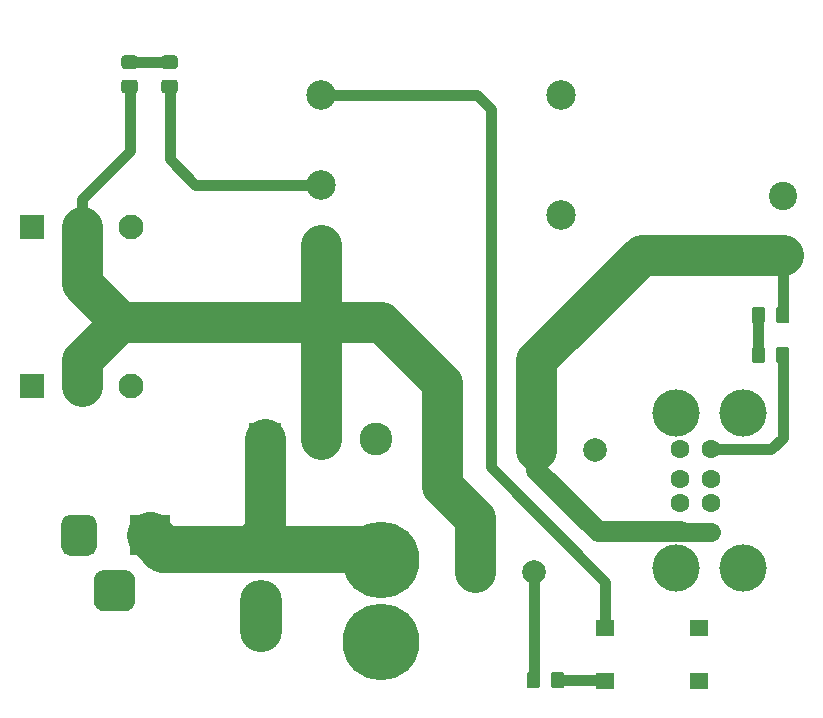
<source format=gtl>
G04 #@! TF.GenerationSoftware,KiCad,Pcbnew,(5.1.6)-1*
G04 #@! TF.CreationDate,2022-01-28T10:44:45+01:00*
G04 #@! TF.ProjectId,Supply_5V,53757070-6c79-45f3-9556-2e6b69636164,rev?*
G04 #@! TF.SameCoordinates,Original*
G04 #@! TF.FileFunction,Copper,L1,Top*
G04 #@! TF.FilePolarity,Positive*
%FSLAX46Y46*%
G04 Gerber Fmt 4.6, Leading zero omitted, Abs format (unit mm)*
G04 Created by KiCad (PCBNEW (5.1.6)-1) date 2022-01-28 10:44:45*
%MOMM*%
%LPD*%
G01*
G04 APERTURE LIST*
G04 #@! TA.AperFunction,ComponentPad*
%ADD10C,2.500000*%
G04 #@! TD*
G04 #@! TA.AperFunction,ComponentPad*
%ADD11C,1.600000*%
G04 #@! TD*
G04 #@! TA.AperFunction,ComponentPad*
%ADD12C,4.000000*%
G04 #@! TD*
G04 #@! TA.AperFunction,ComponentPad*
%ADD13C,2.775000*%
G04 #@! TD*
G04 #@! TA.AperFunction,ComponentPad*
%ADD14R,2.775000X2.775000*%
G04 #@! TD*
G04 #@! TA.AperFunction,ComponentPad*
%ADD15R,2.400000X2.400000*%
G04 #@! TD*
G04 #@! TA.AperFunction,ComponentPad*
%ADD16C,2.400000*%
G04 #@! TD*
G04 #@! TA.AperFunction,ComponentPad*
%ADD17R,3.500000X3.500000*%
G04 #@! TD*
G04 #@! TA.AperFunction,ComponentPad*
%ADD18R,2.100000X2.100000*%
G04 #@! TD*
G04 #@! TA.AperFunction,ComponentPad*
%ADD19C,2.100000*%
G04 #@! TD*
G04 #@! TA.AperFunction,ComponentPad*
%ADD20C,6.500000*%
G04 #@! TD*
G04 #@! TA.AperFunction,ComponentPad*
%ADD21R,2.000000X2.000000*%
G04 #@! TD*
G04 #@! TA.AperFunction,ComponentPad*
%ADD22C,2.000000*%
G04 #@! TD*
G04 #@! TA.AperFunction,SMDPad,CuDef*
%ADD23R,1.600000X1.400000*%
G04 #@! TD*
G04 #@! TA.AperFunction,ComponentPad*
%ADD24O,7.112000X3.556000*%
G04 #@! TD*
G04 #@! TA.AperFunction,ComponentPad*
%ADD25O,3.556000X6.112000*%
G04 #@! TD*
G04 #@! TA.AperFunction,Conductor*
%ADD26C,0.900000*%
G04 #@! TD*
G04 #@! TA.AperFunction,Conductor*
%ADD27C,1.600000*%
G04 #@! TD*
G04 #@! TA.AperFunction,Conductor*
%ADD28C,3.500000*%
G04 #@! TD*
G04 #@! TA.AperFunction,Conductor*
%ADD29C,1.750000*%
G04 #@! TD*
G04 #@! TA.AperFunction,Conductor*
%ADD30C,4.000000*%
G04 #@! TD*
G04 APERTURE END LIST*
G04 #@! TA.AperFunction,ComponentPad*
G36*
G01*
X161355000Y-63160000D02*
X160105000Y-63160000D01*
G75*
G02*
X159480000Y-62535000I0J625000D01*
G01*
X159480000Y-61285000D01*
G75*
G02*
X160105000Y-60660000I625000J0D01*
G01*
X161355000Y-60660000D01*
G75*
G02*
X161980000Y-61285000I0J-625000D01*
G01*
X161980000Y-62535000D01*
G75*
G02*
X161355000Y-63160000I-625000J0D01*
G01*
G37*
G04 #@! TD.AperFunction*
D10*
X160730000Y-56830000D03*
X181050000Y-69530000D03*
X181050000Y-59370000D03*
X181050000Y-49210000D03*
X160730000Y-49210000D03*
D11*
X191100000Y-86210000D03*
X193720000Y-86210000D03*
X191100000Y-83710000D03*
X193720000Y-83710000D03*
X191100000Y-81710000D03*
X193720000Y-81710000D03*
X191100000Y-79210000D03*
X193720000Y-79210000D03*
D12*
X196430000Y-89280000D03*
X196430000Y-76140000D03*
X190750000Y-89280000D03*
X190750000Y-76140000D03*
D13*
X165390000Y-78360000D03*
X160690000Y-78360000D03*
D14*
X155990000Y-78360000D03*
D15*
X199790000Y-62720000D03*
D16*
X199790000Y-57720000D03*
D17*
X146220000Y-86470000D03*
G04 #@! TA.AperFunction,ComponentPad*
G36*
G01*
X138720000Y-87470000D02*
X138720000Y-85470000D01*
G75*
G02*
X139470000Y-84720000I750000J0D01*
G01*
X140970000Y-84720000D01*
G75*
G02*
X141720000Y-85470000I0J-750000D01*
G01*
X141720000Y-87470000D01*
G75*
G02*
X140970000Y-88220000I-750000J0D01*
G01*
X139470000Y-88220000D01*
G75*
G02*
X138720000Y-87470000I0J750000D01*
G01*
G37*
G04 #@! TD.AperFunction*
G04 #@! TA.AperFunction,ComponentPad*
G36*
G01*
X141470000Y-92045000D02*
X141470000Y-90295000D01*
G75*
G02*
X142345000Y-89420000I875000J0D01*
G01*
X144095000Y-89420000D01*
G75*
G02*
X144970000Y-90295000I0J-875000D01*
G01*
X144970000Y-92045000D01*
G75*
G02*
X144095000Y-92920000I-875000J0D01*
G01*
X142345000Y-92920000D01*
G75*
G02*
X141470000Y-92045000I0J875000D01*
G01*
G37*
G04 #@! TD.AperFunction*
D18*
X136240000Y-73880000D03*
D19*
X140440000Y-73880000D03*
X144640000Y-73880000D03*
D18*
X136240000Y-60400000D03*
D19*
X140440000Y-60400000D03*
X144640000Y-60400000D03*
G04 #@! TA.AperFunction,SMDPad,CuDef*
G36*
G01*
X200365000Y-70759999D02*
X200365000Y-71660001D01*
G75*
G02*
X200115001Y-71910000I-249999J0D01*
G01*
X199464999Y-71910000D01*
G75*
G02*
X199215000Y-71660001I0J249999D01*
G01*
X199215000Y-70759999D01*
G75*
G02*
X199464999Y-70510000I249999J0D01*
G01*
X200115001Y-70510000D01*
G75*
G02*
X200365000Y-70759999I0J-249999D01*
G01*
G37*
G04 #@! TD.AperFunction*
G04 #@! TA.AperFunction,SMDPad,CuDef*
G36*
G01*
X198315000Y-70759999D02*
X198315000Y-71660001D01*
G75*
G02*
X198065001Y-71910000I-249999J0D01*
G01*
X197414999Y-71910000D01*
G75*
G02*
X197165000Y-71660001I0J249999D01*
G01*
X197165000Y-70759999D01*
G75*
G02*
X197414999Y-70510000I249999J0D01*
G01*
X198065001Y-70510000D01*
G75*
G02*
X198315000Y-70759999I0J-249999D01*
G01*
G37*
G04 #@! TD.AperFunction*
G04 #@! TA.AperFunction,SMDPad,CuDef*
G36*
G01*
X181315000Y-98299999D02*
X181315000Y-99200001D01*
G75*
G02*
X181065001Y-99450000I-249999J0D01*
G01*
X180414999Y-99450000D01*
G75*
G02*
X180165000Y-99200001I0J249999D01*
G01*
X180165000Y-98299999D01*
G75*
G02*
X180414999Y-98050000I249999J0D01*
G01*
X181065001Y-98050000D01*
G75*
G02*
X181315000Y-98299999I0J-249999D01*
G01*
G37*
G04 #@! TD.AperFunction*
G04 #@! TA.AperFunction,SMDPad,CuDef*
G36*
G01*
X179265000Y-98299999D02*
X179265000Y-99200001D01*
G75*
G02*
X179015001Y-99450000I-249999J0D01*
G01*
X178364999Y-99450000D01*
G75*
G02*
X178115000Y-99200001I0J249999D01*
G01*
X178115000Y-98299999D01*
G75*
G02*
X178364999Y-98050000I249999J0D01*
G01*
X179015001Y-98050000D01*
G75*
G02*
X179265000Y-98299999I0J-249999D01*
G01*
G37*
G04 #@! TD.AperFunction*
G04 #@! TA.AperFunction,SMDPad,CuDef*
G36*
G01*
X197165000Y-68290001D02*
X197165000Y-67389999D01*
G75*
G02*
X197414999Y-67140000I249999J0D01*
G01*
X198065001Y-67140000D01*
G75*
G02*
X198315000Y-67389999I0J-249999D01*
G01*
X198315000Y-68290001D01*
G75*
G02*
X198065001Y-68540000I-249999J0D01*
G01*
X197414999Y-68540000D01*
G75*
G02*
X197165000Y-68290001I0J249999D01*
G01*
G37*
G04 #@! TD.AperFunction*
G04 #@! TA.AperFunction,SMDPad,CuDef*
G36*
G01*
X199215000Y-68290001D02*
X199215000Y-67389999D01*
G75*
G02*
X199464999Y-67140000I249999J0D01*
G01*
X200115001Y-67140000D01*
G75*
G02*
X200365000Y-67389999I0J-249999D01*
G01*
X200365000Y-68290001D01*
G75*
G02*
X200115001Y-68540000I-249999J0D01*
G01*
X199464999Y-68540000D01*
G75*
G02*
X199215000Y-68290001I0J249999D01*
G01*
G37*
G04 #@! TD.AperFunction*
D20*
X165770000Y-95520000D03*
X165770000Y-88570000D03*
G04 #@! TA.AperFunction,SMDPad,CuDef*
G36*
G01*
X148340001Y-49055000D02*
X147439999Y-49055000D01*
G75*
G02*
X147190000Y-48805001I0J249999D01*
G01*
X147190000Y-48154999D01*
G75*
G02*
X147439999Y-47905000I249999J0D01*
G01*
X148340001Y-47905000D01*
G75*
G02*
X148590000Y-48154999I0J-249999D01*
G01*
X148590000Y-48805001D01*
G75*
G02*
X148340001Y-49055000I-249999J0D01*
G01*
G37*
G04 #@! TD.AperFunction*
G04 #@! TA.AperFunction,SMDPad,CuDef*
G36*
G01*
X148340001Y-47005000D02*
X147439999Y-47005000D01*
G75*
G02*
X147190000Y-46755001I0J249999D01*
G01*
X147190000Y-46104999D01*
G75*
G02*
X147439999Y-45855000I249999J0D01*
G01*
X148340001Y-45855000D01*
G75*
G02*
X148590000Y-46104999I0J-249999D01*
G01*
X148590000Y-46755001D01*
G75*
G02*
X148340001Y-47005000I-249999J0D01*
G01*
G37*
G04 #@! TD.AperFunction*
G04 #@! TA.AperFunction,SMDPad,CuDef*
G36*
G01*
X144059999Y-45855000D02*
X144960001Y-45855000D01*
G75*
G02*
X145210000Y-46104999I0J-249999D01*
G01*
X145210000Y-46755001D01*
G75*
G02*
X144960001Y-47005000I-249999J0D01*
G01*
X144059999Y-47005000D01*
G75*
G02*
X143810000Y-46755001I0J249999D01*
G01*
X143810000Y-46104999D01*
G75*
G02*
X144059999Y-45855000I249999J0D01*
G01*
G37*
G04 #@! TD.AperFunction*
G04 #@! TA.AperFunction,SMDPad,CuDef*
G36*
G01*
X144059999Y-47905000D02*
X144960001Y-47905000D01*
G75*
G02*
X145210000Y-48154999I0J-249999D01*
G01*
X145210000Y-48805001D01*
G75*
G02*
X144960001Y-49055000I-249999J0D01*
G01*
X144059999Y-49055000D01*
G75*
G02*
X143810000Y-48805001I0J249999D01*
G01*
X143810000Y-48154999D01*
G75*
G02*
X144059999Y-47905000I249999J0D01*
G01*
G37*
G04 #@! TD.AperFunction*
D21*
X173710000Y-89620000D03*
D22*
X178710000Y-89620000D03*
D23*
X192750000Y-94290000D03*
X184750000Y-94290000D03*
X192750000Y-98790000D03*
X184750000Y-98790000D03*
D21*
X178940000Y-79250000D03*
D22*
X183940000Y-79250000D03*
D24*
X155200000Y-87570000D03*
D25*
X155636600Y-93270000D03*
D26*
X150080000Y-56830000D02*
X160730000Y-56830000D01*
X199790000Y-71210000D02*
X199790000Y-78200000D01*
X198780000Y-79210000D02*
X193720000Y-79210000D01*
X199790000Y-78200000D02*
X198780000Y-79210000D01*
X147890000Y-54640000D02*
X150080000Y-56830000D01*
X147890000Y-48480000D02*
X147890000Y-54640000D01*
X178710000Y-98730000D02*
X178690000Y-98750000D01*
X178710000Y-89620000D02*
X178710000Y-98730000D01*
D27*
X191100000Y-86210000D02*
X193720000Y-86210000D01*
D28*
X187860000Y-62720000D02*
X181050000Y-69530000D01*
X199790000Y-62720000D02*
X187860000Y-62720000D01*
D26*
X199790000Y-62720000D02*
X199790000Y-67840000D01*
D29*
X191100000Y-86154999D02*
X184184999Y-86154999D01*
D26*
X147890000Y-46430000D02*
X144510000Y-46430000D01*
D30*
X164820000Y-87620000D02*
X165770000Y-88570000D01*
X154520000Y-87620000D02*
X164820000Y-87620000D01*
X147370000Y-87620000D02*
X146220000Y-86470000D01*
X154520000Y-87620000D02*
X147370000Y-87620000D01*
D28*
X155990000Y-86150000D02*
X154520000Y-87620000D01*
X155990000Y-78360000D02*
X155990000Y-86150000D01*
X160730000Y-78320000D02*
X160690000Y-78360000D01*
X143693998Y-68410000D02*
X160730000Y-68410000D01*
X160730000Y-61910000D02*
X160730000Y-68410000D01*
X160730000Y-68410000D02*
X160730000Y-78320000D01*
X140440000Y-71663998D02*
X143693998Y-68410000D01*
X140440000Y-73880000D02*
X140440000Y-71663998D01*
X140440000Y-65156002D02*
X143693998Y-68410000D01*
X140440000Y-60400000D02*
X140440000Y-65156002D01*
D26*
X140440000Y-60400000D02*
X140440000Y-58000000D01*
X140440000Y-58000000D02*
X144510000Y-53930000D01*
X144510000Y-48480000D02*
X144510000Y-53930000D01*
D28*
X160730000Y-68410000D02*
X165780000Y-68410000D01*
X165780000Y-68410000D02*
X170960000Y-73590000D01*
X170960000Y-73590000D02*
X170960000Y-82280000D01*
X173710000Y-85030000D02*
X173710000Y-89620000D01*
X170960000Y-82280000D02*
X173710000Y-85030000D01*
D26*
X180740000Y-98750000D02*
X184760000Y-98750000D01*
X197740000Y-67840000D02*
X197740000Y-71210000D01*
X184760000Y-90400000D02*
X175060000Y-80700000D01*
X175060000Y-80700000D02*
X175060000Y-50350000D01*
X173920000Y-49210000D02*
X160730000Y-49210000D01*
X175060000Y-50350000D02*
X173920000Y-49210000D01*
X184760000Y-90400000D02*
X184760000Y-94250000D01*
D29*
X178940000Y-80910000D02*
X184184999Y-86154999D01*
X178940000Y-79250000D02*
X178940000Y-80910000D01*
D28*
X178940000Y-71640000D02*
X181050000Y-69530000D01*
X178940000Y-79250000D02*
X178940000Y-71640000D01*
M02*

</source>
